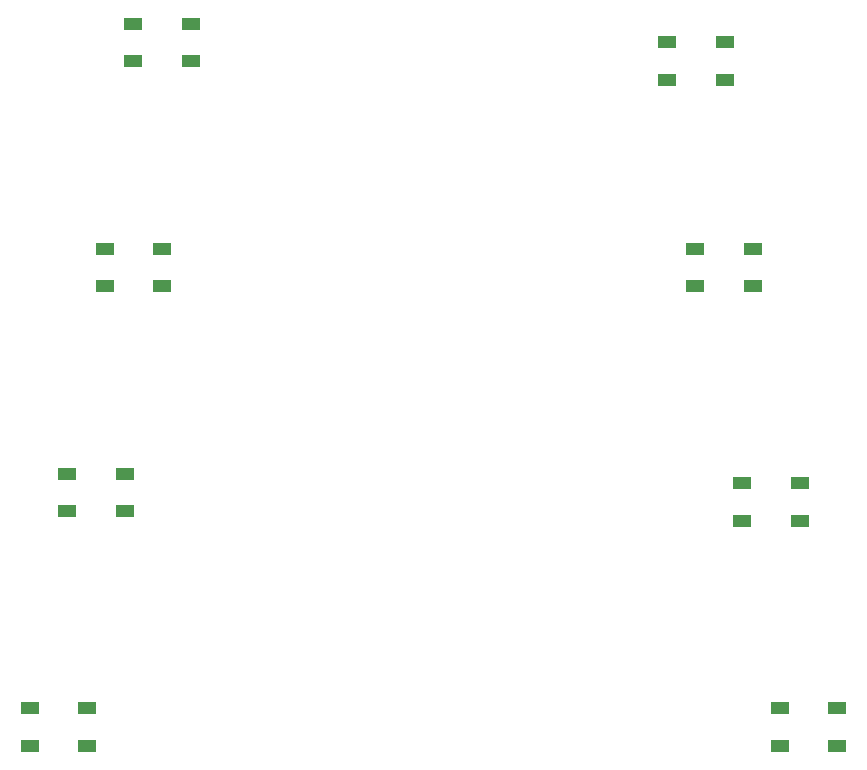
<source format=gbr>
%TF.GenerationSoftware,KiCad,Pcbnew,5.1.8*%
%TF.CreationDate,2020-12-03T20:02:01+01:00*%
%TF.ProjectId,christmas_board,63687269-7374-46d6-9173-5f626f617264,rev?*%
%TF.SameCoordinates,Original*%
%TF.FileFunction,Paste,Top*%
%TF.FilePolarity,Positive*%
%FSLAX46Y46*%
G04 Gerber Fmt 4.6, Leading zero omitted, Abs format (unit mm)*
G04 Created by KiCad (PCBNEW 5.1.8) date 2020-12-03 20:02:01*
%MOMM*%
%LPD*%
G01*
G04 APERTURE LIST*
%ADD10R,1.500000X1.000000*%
G04 APERTURE END LIST*
D10*
%TO.C,D8*%
X176143750Y-107937500D03*
X176143750Y-111137500D03*
X181043750Y-107937500D03*
X181043750Y-111137500D03*
%TD*%
%TO.C,D7*%
X172968750Y-88887500D03*
X172968750Y-92087500D03*
X177868750Y-88887500D03*
X177868750Y-92087500D03*
%TD*%
%TO.C,D6*%
X169000000Y-69043750D03*
X169000000Y-72243750D03*
X173900000Y-69043750D03*
X173900000Y-72243750D03*
%TD*%
%TO.C,D5*%
X166618750Y-51581250D03*
X166618750Y-54781250D03*
X171518750Y-51581250D03*
X171518750Y-54781250D03*
%TD*%
%TO.C,D4*%
X121375000Y-49993750D03*
X121375000Y-53193750D03*
X126275000Y-49993750D03*
X126275000Y-53193750D03*
%TD*%
%TO.C,D3*%
X118993750Y-69043750D03*
X118993750Y-72243750D03*
X123893750Y-69043750D03*
X123893750Y-72243750D03*
%TD*%
%TO.C,D2*%
X115818750Y-88093750D03*
X115818750Y-91293750D03*
X120718750Y-88093750D03*
X120718750Y-91293750D03*
%TD*%
%TO.C,D1*%
X117543750Y-111137500D03*
X117543750Y-107937500D03*
X112643750Y-111137500D03*
X112643750Y-107937500D03*
%TD*%
M02*

</source>
